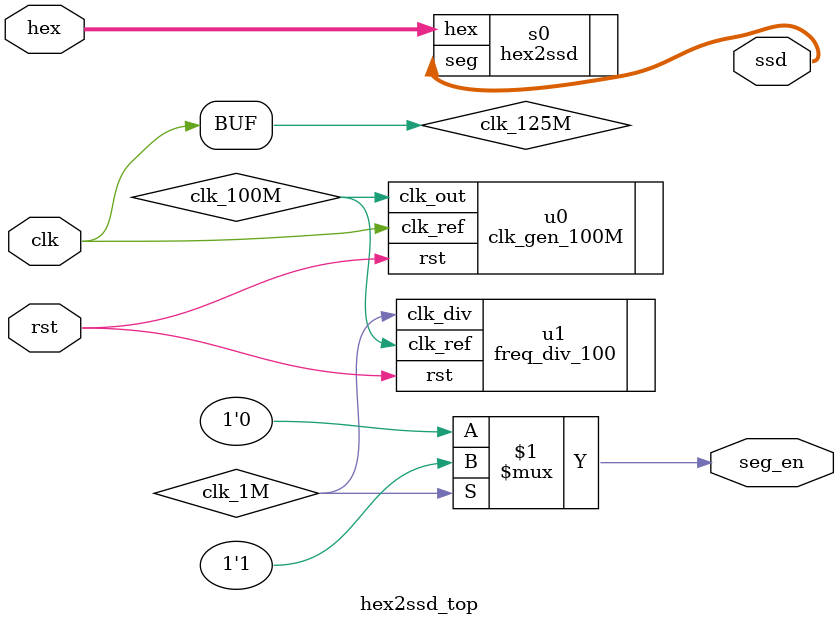
<source format=v>
`timescale 1ns / 1ps


module hex2ssd_top(
    input           clk,
    input           rst,
    input   [3:0]   hex,
    output          seg_en,
    output  [6:0]   ssd
    );

    wire    clk_125M = clk;
    wire    clk_100M, clk_1M;

    clk_gen_100M    u0  (.clk_ref(clk_125M),    .rst(rst),    .clk_out(clk_100M));
    freq_div_100    u1  (.clk_ref(clk_100M),     .rst(rst),      .clk_div(clk_1M));
    hex2ssd         s0  (.hex(hex), .seg(ssd));

    assign seg_en  =   (clk_1M) ? 1'b1 : 1'b0;
endmodule

</source>
